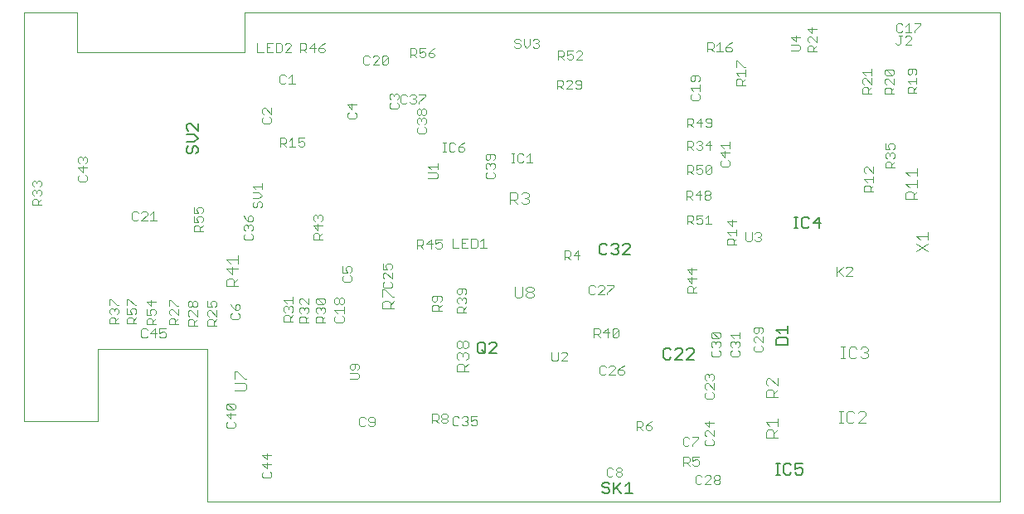
<source format=gto>
G75*
%MOIN*%
%OFA0B0*%
%FSLAX24Y24*%
%IPPOS*%
%LPD*%
%AMOC8*
5,1,8,0,0,1.08239X$1,22.5*
%
%ADD10C,0.0000*%
%ADD11C,0.0040*%
%ADD12C,0.0030*%
%ADD13C,0.0050*%
D10*
X013330Y005412D02*
X013330Y021869D01*
X015456Y021869D01*
X015456Y020254D01*
X022189Y020254D01*
X022189Y021869D01*
X052543Y021869D01*
X052543Y002183D01*
X020693Y002183D01*
X020693Y008325D01*
X016283Y008325D01*
X016283Y005412D01*
X013330Y005412D01*
D11*
X021798Y006650D02*
X022182Y006650D01*
X022258Y006727D01*
X022258Y006881D01*
X022182Y006957D01*
X021798Y006957D01*
X021798Y007111D02*
X021798Y007418D01*
X021875Y007418D01*
X022182Y007111D01*
X022258Y007111D01*
X027730Y009950D02*
X027730Y010180D01*
X027807Y010256D01*
X027960Y010256D01*
X028037Y010180D01*
X028037Y009950D01*
X028037Y010103D02*
X028190Y010256D01*
X028190Y010410D02*
X028114Y010410D01*
X027807Y010717D01*
X027730Y010717D01*
X027730Y010410D01*
X027730Y009950D02*
X028190Y009950D01*
X030710Y008577D02*
X030710Y008423D01*
X030787Y008347D01*
X030864Y008347D01*
X030940Y008423D01*
X030940Y008577D01*
X031017Y008654D01*
X031094Y008654D01*
X031171Y008577D01*
X031171Y008423D01*
X031094Y008347D01*
X031017Y008347D01*
X030940Y008423D01*
X030940Y008577D02*
X030864Y008654D01*
X030787Y008654D01*
X030710Y008577D01*
X030787Y008193D02*
X030864Y008193D01*
X030940Y008116D01*
X031017Y008193D01*
X031094Y008193D01*
X031171Y008116D01*
X031171Y007963D01*
X031094Y007886D01*
X031171Y007733D02*
X031017Y007579D01*
X031017Y007656D02*
X031017Y007426D01*
X031171Y007426D02*
X030710Y007426D01*
X030710Y007656D01*
X030787Y007733D01*
X030940Y007733D01*
X031017Y007656D01*
X030787Y007886D02*
X030710Y007963D01*
X030710Y008116D01*
X030787Y008193D01*
X030940Y008116D02*
X030940Y008040D01*
X034532Y007905D02*
X034592Y007845D01*
X034712Y007845D01*
X034772Y007905D01*
X034772Y008205D01*
X034900Y008145D02*
X034960Y008205D01*
X035080Y008205D01*
X035140Y008145D01*
X035140Y008085D01*
X034900Y007845D01*
X035140Y007845D01*
X034532Y007905D02*
X034532Y008205D01*
X033724Y010379D02*
X033571Y010379D01*
X033494Y010456D01*
X033494Y010533D01*
X033571Y010610D01*
X033724Y010610D01*
X033801Y010533D01*
X033801Y010456D01*
X033724Y010379D01*
X033724Y010610D02*
X033801Y010686D01*
X033801Y010763D01*
X033724Y010840D01*
X033571Y010840D01*
X033494Y010763D01*
X033494Y010686D01*
X033571Y010610D01*
X033340Y010456D02*
X033340Y010840D01*
X033033Y010840D02*
X033033Y010456D01*
X033110Y010379D01*
X033264Y010379D01*
X033340Y010456D01*
X033378Y014158D02*
X033301Y014235D01*
X033378Y014158D02*
X033531Y014158D01*
X033608Y014235D01*
X033608Y014312D01*
X033531Y014388D01*
X033454Y014388D01*
X033531Y014388D02*
X033608Y014465D01*
X033608Y014542D01*
X033531Y014619D01*
X033378Y014619D01*
X033301Y014542D01*
X033147Y014542D02*
X033147Y014388D01*
X033071Y014312D01*
X032841Y014312D01*
X032994Y014312D02*
X033147Y014158D01*
X032841Y014158D02*
X032841Y014619D01*
X033071Y014619D01*
X033147Y014542D01*
X033216Y015828D02*
X033336Y015828D01*
X033396Y015888D01*
X033525Y015828D02*
X033765Y015828D01*
X033645Y015828D02*
X033645Y016188D01*
X033525Y016068D01*
X033396Y016128D02*
X033336Y016188D01*
X033216Y016188D01*
X033156Y016128D01*
X033156Y015888D01*
X033216Y015828D01*
X033031Y015828D02*
X032911Y015828D01*
X032971Y015828D02*
X032971Y016188D01*
X032911Y016188D02*
X033031Y016188D01*
X031009Y016321D02*
X031009Y016381D01*
X030949Y016441D01*
X030769Y016441D01*
X030769Y016321D01*
X030829Y016261D01*
X030949Y016261D01*
X031009Y016321D01*
X030889Y016561D02*
X030769Y016441D01*
X030889Y016561D02*
X031009Y016621D01*
X030641Y016561D02*
X030581Y016621D01*
X030460Y016621D01*
X030400Y016561D01*
X030400Y016321D01*
X030460Y016261D01*
X030581Y016261D01*
X030641Y016321D01*
X030275Y016261D02*
X030155Y016261D01*
X030215Y016261D02*
X030215Y016621D01*
X030155Y016621D02*
X030275Y016621D01*
X034738Y018777D02*
X034738Y019137D01*
X034918Y019137D01*
X034978Y019077D01*
X034978Y018957D01*
X034918Y018897D01*
X034738Y018897D01*
X034858Y018897D02*
X034978Y018777D01*
X035107Y018777D02*
X035347Y019017D01*
X035347Y019077D01*
X035287Y019137D01*
X035167Y019137D01*
X035107Y019077D01*
X035107Y018777D02*
X035347Y018777D01*
X035475Y018837D02*
X035535Y018777D01*
X035655Y018777D01*
X035715Y018837D01*
X035715Y019077D01*
X035655Y019137D01*
X035535Y019137D01*
X035475Y019077D01*
X035475Y019017D01*
X035535Y018957D01*
X035715Y018957D01*
X035754Y019958D02*
X035514Y019958D01*
X035754Y020198D01*
X035754Y020258D01*
X035694Y020318D01*
X035574Y020318D01*
X035514Y020258D01*
X035386Y020318D02*
X035146Y020318D01*
X035146Y020138D01*
X035266Y020198D01*
X035326Y020198D01*
X035386Y020138D01*
X035386Y020018D01*
X035326Y019958D01*
X035206Y019958D01*
X035146Y020018D01*
X035018Y019958D02*
X034898Y020078D01*
X034958Y020078D02*
X034778Y020078D01*
X034778Y019958D02*
X034778Y020318D01*
X034958Y020318D01*
X035018Y020258D01*
X035018Y020138D01*
X034958Y020078D01*
X034008Y020500D02*
X033948Y020440D01*
X033828Y020440D01*
X033768Y020500D01*
X033640Y020560D02*
X033640Y020800D01*
X033768Y020740D02*
X033828Y020800D01*
X033948Y020800D01*
X034008Y020740D01*
X034008Y020680D01*
X033948Y020620D01*
X034008Y020560D01*
X034008Y020500D01*
X033948Y020620D02*
X033888Y020620D01*
X033640Y020560D02*
X033520Y020440D01*
X033400Y020560D01*
X033400Y020800D01*
X033272Y020740D02*
X033212Y020800D01*
X033092Y020800D01*
X033031Y020740D01*
X033031Y020680D01*
X033092Y020620D01*
X033212Y020620D01*
X033272Y020560D01*
X033272Y020500D01*
X033212Y020440D01*
X033092Y020440D01*
X033031Y020500D01*
X039974Y017602D02*
X039974Y017242D01*
X039974Y017362D02*
X040155Y017362D01*
X040215Y017422D01*
X040215Y017542D01*
X040155Y017602D01*
X039974Y017602D01*
X040095Y017362D02*
X040215Y017242D01*
X040343Y017422D02*
X040583Y017422D01*
X040711Y017482D02*
X040771Y017422D01*
X040951Y017422D01*
X040951Y017542D02*
X040891Y017602D01*
X040771Y017602D01*
X040711Y017542D01*
X040711Y017482D01*
X040711Y017302D02*
X040771Y017242D01*
X040891Y017242D01*
X040951Y017302D01*
X040951Y017542D01*
X040523Y017602D02*
X040343Y017422D01*
X040523Y017242D02*
X040523Y017602D01*
X040523Y016696D02*
X040403Y016696D01*
X040343Y016636D01*
X040215Y016636D02*
X040215Y016516D01*
X040155Y016456D01*
X039974Y016456D01*
X039974Y016336D02*
X039974Y016696D01*
X040155Y016696D01*
X040215Y016636D01*
X040095Y016456D02*
X040215Y016336D01*
X040343Y016396D02*
X040403Y016336D01*
X040523Y016336D01*
X040583Y016396D01*
X040583Y016456D01*
X040523Y016516D01*
X040463Y016516D01*
X040523Y016516D02*
X040583Y016576D01*
X040583Y016636D01*
X040523Y016696D01*
X040711Y016516D02*
X040951Y016516D01*
X040891Y016336D02*
X040891Y016696D01*
X040711Y016516D01*
X040771Y015712D02*
X040891Y015712D01*
X040951Y015652D01*
X040711Y015412D01*
X040771Y015352D01*
X040891Y015352D01*
X040951Y015412D01*
X040951Y015652D01*
X040771Y015712D02*
X040711Y015652D01*
X040711Y015412D01*
X040583Y015412D02*
X040523Y015352D01*
X040403Y015352D01*
X040343Y015412D01*
X040343Y015532D02*
X040463Y015592D01*
X040523Y015592D01*
X040583Y015532D01*
X040583Y015412D01*
X040343Y015532D02*
X040343Y015712D01*
X040583Y015712D01*
X040215Y015652D02*
X040215Y015532D01*
X040155Y015472D01*
X039974Y015472D01*
X039974Y015352D02*
X039974Y015712D01*
X040155Y015712D01*
X040215Y015652D01*
X040095Y015472D02*
X040215Y015352D01*
X040115Y014689D02*
X039935Y014689D01*
X039935Y014328D01*
X039935Y014448D02*
X040115Y014448D01*
X040175Y014508D01*
X040175Y014629D01*
X040115Y014689D01*
X040055Y014448D02*
X040175Y014328D01*
X040303Y014508D02*
X040544Y014508D01*
X040672Y014448D02*
X040732Y014508D01*
X040852Y014508D01*
X040912Y014448D01*
X040912Y014388D01*
X040852Y014328D01*
X040732Y014328D01*
X040672Y014388D01*
X040672Y014448D01*
X040732Y014508D02*
X040672Y014568D01*
X040672Y014629D01*
X040732Y014689D01*
X040852Y014689D01*
X040912Y014629D01*
X040912Y014568D01*
X040852Y014508D01*
X040484Y014328D02*
X040484Y014689D01*
X040303Y014508D01*
X040343Y013704D02*
X040343Y013524D01*
X040463Y013584D01*
X040523Y013584D01*
X040583Y013524D01*
X040583Y013404D01*
X040523Y013344D01*
X040403Y013344D01*
X040343Y013404D01*
X040215Y013344D02*
X040095Y013464D01*
X040155Y013464D02*
X039974Y013464D01*
X039974Y013344D02*
X039974Y013704D01*
X040155Y013704D01*
X040215Y013644D01*
X040215Y013524D01*
X040155Y013464D01*
X040343Y013704D02*
X040583Y013704D01*
X040711Y013584D02*
X040831Y013704D01*
X040831Y013344D01*
X040711Y013344D02*
X040951Y013344D01*
X047097Y014664D02*
X047097Y014844D01*
X047158Y014904D01*
X047278Y014904D01*
X047338Y014844D01*
X047338Y014664D01*
X047458Y014664D02*
X047097Y014664D01*
X047338Y014784D02*
X047458Y014904D01*
X047458Y015032D02*
X047458Y015273D01*
X047458Y015153D02*
X047097Y015153D01*
X047218Y015032D01*
X047158Y015401D02*
X047097Y015461D01*
X047097Y015581D01*
X047158Y015641D01*
X047218Y015641D01*
X047458Y015401D01*
X047458Y015641D01*
X047944Y015609D02*
X047944Y015789D01*
X048004Y015849D01*
X048124Y015849D01*
X048184Y015789D01*
X048184Y015609D01*
X048184Y015729D02*
X048304Y015849D01*
X048244Y015977D02*
X048304Y016037D01*
X048304Y016157D01*
X048244Y016218D01*
X048184Y016218D01*
X048124Y016157D01*
X048124Y016097D01*
X048124Y016157D02*
X048064Y016218D01*
X048004Y016218D01*
X047944Y016157D01*
X047944Y016037D01*
X048004Y015977D01*
X047944Y016346D02*
X048124Y016346D01*
X048064Y016466D01*
X048064Y016526D01*
X048124Y016586D01*
X048244Y016586D01*
X048304Y016526D01*
X048304Y016406D01*
X048244Y016346D01*
X047944Y016346D02*
X047944Y016586D01*
X047944Y015609D02*
X048304Y015609D01*
X048761Y015429D02*
X048915Y015276D01*
X048761Y015429D02*
X049222Y015429D01*
X049222Y015276D02*
X049222Y015583D01*
X049222Y015122D02*
X049222Y014815D01*
X049222Y014662D02*
X049068Y014509D01*
X049068Y014585D02*
X049068Y014355D01*
X049222Y014355D02*
X048761Y014355D01*
X048761Y014585D01*
X048838Y014662D01*
X048992Y014662D01*
X049068Y014585D01*
X048915Y014815D02*
X048761Y014969D01*
X049222Y014969D01*
X049655Y013023D02*
X049655Y012716D01*
X049655Y012869D02*
X049194Y012869D01*
X049348Y012716D01*
X049194Y012562D02*
X049655Y012256D01*
X049655Y012562D02*
X049194Y012256D01*
X047163Y008416D02*
X047240Y008339D01*
X047240Y008262D01*
X047163Y008186D01*
X047240Y008109D01*
X047240Y008032D01*
X047163Y007955D01*
X047009Y007955D01*
X046933Y008032D01*
X046779Y008032D02*
X046702Y007955D01*
X046549Y007955D01*
X046472Y008032D01*
X046472Y008339D01*
X046549Y008416D01*
X046702Y008416D01*
X046779Y008339D01*
X046933Y008339D02*
X047009Y008416D01*
X047163Y008416D01*
X047163Y008186D02*
X047086Y008186D01*
X046319Y008416D02*
X046165Y008416D01*
X046242Y008416D02*
X046242Y007955D01*
X046165Y007955D02*
X046319Y007955D01*
X043600Y007150D02*
X043600Y006843D01*
X043293Y007150D01*
X043216Y007150D01*
X043139Y007073D01*
X043139Y006920D01*
X043216Y006843D01*
X043216Y006690D02*
X043370Y006690D01*
X043446Y006613D01*
X043446Y006383D01*
X043446Y006536D02*
X043600Y006690D01*
X043600Y006383D02*
X043139Y006383D01*
X043139Y006613D01*
X043216Y006690D01*
X043600Y005540D02*
X043600Y005233D01*
X043600Y005386D02*
X043139Y005386D01*
X043293Y005233D01*
X043370Y005079D02*
X043446Y005003D01*
X043446Y004772D01*
X043600Y004772D02*
X043139Y004772D01*
X043139Y005003D01*
X043216Y005079D01*
X043370Y005079D01*
X043446Y004926D02*
X043600Y005079D01*
X046083Y005357D02*
X046236Y005357D01*
X046159Y005357D02*
X046159Y005817D01*
X046083Y005817D02*
X046236Y005817D01*
X046390Y005741D02*
X046390Y005434D01*
X046466Y005357D01*
X046620Y005357D01*
X046697Y005434D01*
X046850Y005357D02*
X047157Y005664D01*
X047157Y005741D01*
X047080Y005817D01*
X046927Y005817D01*
X046850Y005741D01*
X046697Y005741D02*
X046620Y005817D01*
X046466Y005817D01*
X046390Y005741D01*
X046850Y005357D02*
X047157Y005357D01*
X047266Y018602D02*
X047266Y018783D01*
X047206Y018843D01*
X047086Y018843D01*
X047026Y018783D01*
X047026Y018602D01*
X047386Y018602D01*
X047266Y018723D02*
X047386Y018843D01*
X047386Y018971D02*
X047146Y019211D01*
X047086Y019211D01*
X047026Y019151D01*
X047026Y019031D01*
X047086Y018971D01*
X047386Y018971D02*
X047386Y019211D01*
X047386Y019339D02*
X047386Y019579D01*
X047386Y019459D02*
X047026Y019459D01*
X047146Y019339D01*
X047931Y019391D02*
X047931Y019511D01*
X047991Y019571D01*
X048231Y019331D01*
X048291Y019391D01*
X048291Y019511D01*
X048231Y019571D01*
X047991Y019571D01*
X047931Y019391D02*
X047991Y019331D01*
X048231Y019331D01*
X048291Y019203D02*
X048291Y018963D01*
X048051Y019203D01*
X047991Y019203D01*
X047931Y019143D01*
X047931Y019023D01*
X047991Y018963D01*
X047991Y018835D02*
X048111Y018835D01*
X048171Y018775D01*
X048171Y018595D01*
X048171Y018715D02*
X048291Y018835D01*
X048291Y018595D02*
X047931Y018595D01*
X047931Y018775D01*
X047991Y018835D01*
X048837Y018794D02*
X048897Y018854D01*
X049017Y018854D01*
X049077Y018794D01*
X049077Y018614D01*
X049197Y018614D02*
X048837Y018614D01*
X048837Y018794D01*
X048957Y018983D02*
X048837Y019103D01*
X049197Y019103D01*
X049197Y018983D02*
X049197Y019223D01*
X049137Y019351D02*
X049197Y019411D01*
X049197Y019531D01*
X049137Y019591D01*
X048897Y019591D01*
X048837Y019531D01*
X048837Y019411D01*
X048897Y019351D01*
X048957Y019351D01*
X049017Y019411D01*
X049017Y019591D01*
X049197Y018854D02*
X049077Y018734D01*
X048973Y020554D02*
X048733Y020554D01*
X048973Y020794D01*
X048973Y020854D01*
X048913Y020914D01*
X048793Y020914D01*
X048733Y020854D01*
X048604Y020914D02*
X048484Y020914D01*
X048544Y020914D02*
X048544Y020614D01*
X048484Y020554D01*
X048424Y020554D01*
X048364Y020614D01*
X022869Y014987D02*
X022869Y014747D01*
X022869Y014867D02*
X022509Y014867D01*
X022629Y014747D01*
X022749Y014619D02*
X022509Y014619D01*
X022749Y014619D02*
X022869Y014499D01*
X022749Y014379D01*
X022509Y014379D01*
X022569Y014251D02*
X022509Y014191D01*
X022509Y014071D01*
X022569Y014011D01*
X022629Y014011D01*
X022689Y014071D01*
X022689Y014191D01*
X022749Y014251D01*
X022809Y014251D01*
X022869Y014191D01*
X022869Y014071D01*
X022809Y014011D01*
X021919Y012079D02*
X021919Y011772D01*
X021919Y011925D02*
X021458Y011925D01*
X021612Y011772D01*
X021688Y011618D02*
X021688Y011311D01*
X021458Y011542D01*
X021919Y011542D01*
X021919Y011158D02*
X021765Y011005D01*
X021765Y011081D02*
X021765Y010851D01*
X021919Y010851D02*
X021458Y010851D01*
X021458Y011081D01*
X021535Y011158D01*
X021688Y011158D01*
X021765Y011081D01*
X018637Y013492D02*
X018397Y013492D01*
X018517Y013492D02*
X018517Y013852D01*
X018397Y013732D01*
X018269Y013732D02*
X018269Y013792D01*
X018209Y013852D01*
X018089Y013852D01*
X018029Y013792D01*
X017901Y013792D02*
X017841Y013852D01*
X017721Y013852D01*
X017661Y013792D01*
X017661Y013552D01*
X017721Y013492D01*
X017841Y013492D01*
X017901Y013552D01*
X018029Y013492D02*
X018269Y013732D01*
X018269Y013492D02*
X018029Y013492D01*
D12*
X020136Y013419D02*
X020321Y013419D01*
X020259Y013543D01*
X020259Y013604D01*
X020321Y013666D01*
X020445Y013666D01*
X020506Y013604D01*
X020506Y013481D01*
X020445Y013419D01*
X020506Y013298D02*
X020383Y013174D01*
X020383Y013236D02*
X020383Y013051D01*
X020506Y013051D02*
X020136Y013051D01*
X020136Y013236D01*
X020198Y013298D01*
X020321Y013298D01*
X020383Y013236D01*
X020136Y013419D02*
X020136Y013666D01*
X020136Y013787D02*
X020321Y013787D01*
X020259Y013911D01*
X020259Y013973D01*
X020321Y014034D01*
X020445Y014034D01*
X020506Y013973D01*
X020506Y013849D01*
X020445Y013787D01*
X020136Y013787D02*
X020136Y014034D01*
X022144Y013691D02*
X022206Y013568D01*
X022329Y013444D01*
X022329Y013629D01*
X022391Y013691D01*
X022453Y013691D01*
X022515Y013629D01*
X022515Y013506D01*
X022453Y013444D01*
X022329Y013444D01*
X022268Y013323D02*
X022329Y013261D01*
X022391Y013323D01*
X022453Y013323D01*
X022515Y013261D01*
X022515Y013138D01*
X022453Y013076D01*
X022453Y012955D02*
X022515Y012893D01*
X022515Y012769D01*
X022453Y012708D01*
X022206Y012708D01*
X022144Y012769D01*
X022144Y012893D01*
X022206Y012955D01*
X022206Y013076D02*
X022144Y013138D01*
X022144Y013261D01*
X022206Y013323D01*
X022268Y013323D01*
X022329Y013261D02*
X022329Y013199D01*
X024939Y013289D02*
X025124Y013104D01*
X025124Y013351D01*
X025001Y013472D02*
X024939Y013534D01*
X024939Y013658D01*
X025001Y013719D01*
X025063Y013719D01*
X025124Y013658D01*
X025186Y013719D01*
X025248Y013719D01*
X025309Y013658D01*
X025309Y013534D01*
X025248Y013472D01*
X025124Y013596D02*
X025124Y013658D01*
X025309Y013289D02*
X024939Y013289D01*
X025001Y012983D02*
X025124Y012983D01*
X025186Y012921D01*
X025186Y012736D01*
X025186Y012859D02*
X025309Y012983D01*
X025309Y012736D02*
X024939Y012736D01*
X024939Y012921D01*
X025001Y012983D01*
X026121Y011644D02*
X026121Y011397D01*
X026306Y011397D01*
X026244Y011521D01*
X026244Y011582D01*
X026306Y011644D01*
X026429Y011644D01*
X026491Y011582D01*
X026491Y011459D01*
X026429Y011397D01*
X026429Y011276D02*
X026491Y011214D01*
X026491Y011090D01*
X026429Y011029D01*
X026182Y011029D01*
X026121Y011090D01*
X026121Y011214D01*
X026182Y011276D01*
X026108Y010387D02*
X026046Y010387D01*
X025985Y010325D01*
X025985Y010202D01*
X025923Y010140D01*
X025861Y010140D01*
X025799Y010202D01*
X025799Y010325D01*
X025861Y010387D01*
X025923Y010387D01*
X025985Y010325D01*
X025985Y010202D02*
X026046Y010140D01*
X026108Y010140D01*
X026170Y010202D01*
X026170Y010325D01*
X026108Y010387D01*
X026170Y010018D02*
X026170Y009772D01*
X026170Y009895D02*
X025799Y009895D01*
X025923Y009772D01*
X025861Y009650D02*
X025799Y009588D01*
X025799Y009465D01*
X025861Y009403D01*
X026108Y009403D01*
X026170Y009465D01*
X026170Y009588D01*
X026108Y009650D01*
X025428Y009636D02*
X025304Y009513D01*
X025304Y009575D02*
X025304Y009389D01*
X025428Y009389D02*
X025057Y009389D01*
X025057Y009575D01*
X025119Y009636D01*
X025242Y009636D01*
X025304Y009575D01*
X025366Y009758D02*
X025428Y009819D01*
X025428Y009943D01*
X025366Y010005D01*
X025304Y010005D01*
X025242Y009943D01*
X025242Y009881D01*
X025242Y009943D02*
X025181Y010005D01*
X025119Y010005D01*
X025057Y009943D01*
X025057Y009819D01*
X025119Y009758D01*
X024758Y009819D02*
X024697Y009758D01*
X024758Y009819D02*
X024758Y009943D01*
X024697Y010005D01*
X024635Y010005D01*
X024573Y009943D01*
X024573Y009881D01*
X024573Y009943D02*
X024511Y010005D01*
X024450Y010005D01*
X024388Y009943D01*
X024388Y009819D01*
X024450Y009758D01*
X024450Y009636D02*
X024573Y009636D01*
X024635Y009575D01*
X024635Y009389D01*
X024758Y009389D02*
X024388Y009389D01*
X024388Y009575D01*
X024450Y009636D01*
X024635Y009513D02*
X024758Y009636D01*
X024128Y009676D02*
X024005Y009552D01*
X024005Y009614D02*
X024005Y009429D01*
X024128Y009429D02*
X023758Y009429D01*
X023758Y009614D01*
X023820Y009676D01*
X023943Y009676D01*
X024005Y009614D01*
X024067Y009797D02*
X024128Y009859D01*
X024128Y009982D01*
X024067Y010044D01*
X024005Y010044D01*
X023943Y009982D01*
X023943Y009921D01*
X023943Y009982D02*
X023882Y010044D01*
X023820Y010044D01*
X023758Y009982D01*
X023758Y009859D01*
X023820Y009797D01*
X023882Y010165D02*
X023758Y010289D01*
X024128Y010289D01*
X024128Y010412D02*
X024128Y010165D01*
X024388Y010188D02*
X024450Y010126D01*
X024388Y010188D02*
X024388Y010311D01*
X024450Y010373D01*
X024511Y010373D01*
X024758Y010126D01*
X024758Y010373D01*
X025057Y010311D02*
X025119Y010373D01*
X025366Y010126D01*
X025428Y010188D01*
X025428Y010311D01*
X025366Y010373D01*
X025119Y010373D01*
X025057Y010311D02*
X025057Y010188D01*
X025119Y010126D01*
X025366Y010126D01*
X027735Y010840D02*
X027797Y010779D01*
X028043Y010779D01*
X028105Y010840D01*
X028105Y010964D01*
X028043Y011025D01*
X028105Y011147D02*
X027858Y011394D01*
X027797Y011394D01*
X027735Y011332D01*
X027735Y011209D01*
X027797Y011147D01*
X027797Y011025D02*
X027735Y010964D01*
X027735Y010840D01*
X028105Y011147D02*
X028105Y011394D01*
X028043Y011515D02*
X028105Y011577D01*
X028105Y011700D01*
X028043Y011762D01*
X027920Y011762D01*
X027858Y011700D01*
X027858Y011639D01*
X027920Y011515D01*
X027735Y011515D01*
X027735Y011762D01*
X029119Y012370D02*
X029119Y012740D01*
X029304Y012740D01*
X029366Y012678D01*
X029366Y012555D01*
X029304Y012493D01*
X029119Y012493D01*
X029242Y012493D02*
X029366Y012370D01*
X029487Y012555D02*
X029734Y012555D01*
X029856Y012555D02*
X029856Y012740D01*
X030103Y012740D01*
X030041Y012617D02*
X030103Y012555D01*
X030103Y012431D01*
X030041Y012370D01*
X029917Y012370D01*
X029856Y012431D01*
X029856Y012555D02*
X029979Y012617D01*
X030041Y012617D01*
X029672Y012740D02*
X029672Y012370D01*
X029487Y012555D02*
X029672Y012740D01*
X030550Y012766D02*
X030550Y012395D01*
X030797Y012395D01*
X030918Y012395D02*
X030918Y012766D01*
X031165Y012766D01*
X031287Y012766D02*
X031472Y012766D01*
X031534Y012704D01*
X031534Y012457D01*
X031472Y012395D01*
X031287Y012395D01*
X031287Y012766D01*
X031042Y012580D02*
X030918Y012580D01*
X030918Y012395D02*
X031165Y012395D01*
X031655Y012395D02*
X031902Y012395D01*
X031779Y012395D02*
X031779Y012766D01*
X031655Y012642D01*
X031035Y010767D02*
X030788Y010767D01*
X030727Y010705D01*
X030727Y010581D01*
X030788Y010520D01*
X030850Y010520D01*
X030912Y010581D01*
X030912Y010767D01*
X031035Y010767D02*
X031097Y010705D01*
X031097Y010581D01*
X031035Y010520D01*
X031035Y010398D02*
X031097Y010337D01*
X031097Y010213D01*
X031035Y010151D01*
X031097Y010030D02*
X030973Y009907D01*
X030973Y009968D02*
X030973Y009783D01*
X031097Y009783D02*
X030727Y009783D01*
X030727Y009968D01*
X030788Y010030D01*
X030912Y010030D01*
X030973Y009968D01*
X030788Y010151D02*
X030727Y010213D01*
X030727Y010337D01*
X030788Y010398D01*
X030850Y010398D01*
X030912Y010337D01*
X030973Y010398D01*
X031035Y010398D01*
X030912Y010337D02*
X030912Y010275D01*
X030101Y010288D02*
X030101Y010411D01*
X030039Y010473D01*
X029792Y010473D01*
X029731Y010411D01*
X029731Y010288D01*
X029792Y010226D01*
X029854Y010226D01*
X029916Y010288D01*
X029916Y010473D01*
X030101Y010288D02*
X030039Y010226D01*
X030101Y010105D02*
X029977Y009981D01*
X029977Y010043D02*
X029977Y009858D01*
X030101Y009858D02*
X029731Y009858D01*
X029731Y010043D01*
X029792Y010105D01*
X029916Y010105D01*
X029977Y010043D01*
X026791Y007671D02*
X026729Y007733D01*
X026482Y007733D01*
X026421Y007671D01*
X026421Y007548D01*
X026482Y007486D01*
X026544Y007486D01*
X026606Y007548D01*
X026606Y007733D01*
X026791Y007671D02*
X026791Y007548D01*
X026729Y007486D01*
X026729Y007365D02*
X026421Y007365D01*
X026421Y007118D02*
X026729Y007118D01*
X026791Y007179D01*
X026791Y007303D01*
X026729Y007365D01*
X029721Y005720D02*
X029907Y005720D01*
X029968Y005659D01*
X029968Y005535D01*
X029907Y005473D01*
X029721Y005473D01*
X029721Y005350D02*
X029721Y005720D01*
X029845Y005473D02*
X029968Y005350D01*
X030090Y005412D02*
X030090Y005473D01*
X030151Y005535D01*
X030275Y005535D01*
X030337Y005473D01*
X030337Y005412D01*
X030275Y005350D01*
X030151Y005350D01*
X030090Y005412D01*
X030151Y005535D02*
X030090Y005597D01*
X030090Y005659D01*
X030151Y005720D01*
X030275Y005720D01*
X030337Y005659D01*
X030337Y005597D01*
X030275Y005535D01*
X030548Y005552D02*
X030548Y005305D01*
X030609Y005243D01*
X030733Y005243D01*
X030794Y005305D01*
X030916Y005305D02*
X030978Y005243D01*
X031101Y005243D01*
X031163Y005305D01*
X031163Y005367D01*
X031101Y005429D01*
X031039Y005429D01*
X031101Y005429D02*
X031163Y005490D01*
X031163Y005552D01*
X031101Y005614D01*
X030978Y005614D01*
X030916Y005552D01*
X030794Y005552D02*
X030733Y005614D01*
X030609Y005614D01*
X030548Y005552D01*
X031284Y005614D02*
X031284Y005429D01*
X031408Y005490D01*
X031469Y005490D01*
X031531Y005429D01*
X031531Y005305D01*
X031469Y005243D01*
X031346Y005243D01*
X031284Y005305D01*
X031284Y005614D02*
X031531Y005614D01*
X027409Y005523D02*
X027409Y005276D01*
X027348Y005214D01*
X027224Y005214D01*
X027163Y005276D01*
X027041Y005276D02*
X026979Y005214D01*
X026856Y005214D01*
X026794Y005276D01*
X026794Y005523D01*
X026856Y005585D01*
X026979Y005585D01*
X027041Y005523D01*
X027163Y005523D02*
X027163Y005461D01*
X027224Y005399D01*
X027409Y005399D01*
X027409Y005523D02*
X027348Y005585D01*
X027224Y005585D01*
X027163Y005523D01*
X023263Y004063D02*
X022892Y004063D01*
X023077Y003877D01*
X023077Y004124D01*
X023077Y003756D02*
X023077Y003509D01*
X022892Y003694D01*
X023263Y003694D01*
X023201Y003388D02*
X023263Y003326D01*
X023263Y003202D01*
X023201Y003141D01*
X022954Y003141D01*
X022892Y003202D01*
X022892Y003326D01*
X022954Y003388D01*
X021744Y005149D02*
X021806Y005210D01*
X021806Y005334D01*
X021744Y005396D01*
X021621Y005517D02*
X021621Y005764D01*
X021744Y005885D02*
X021497Y006132D01*
X021744Y006132D01*
X021806Y006070D01*
X021806Y005947D01*
X021744Y005885D01*
X021497Y005885D01*
X021436Y005947D01*
X021436Y006070D01*
X021497Y006132D01*
X021436Y005702D02*
X021621Y005517D01*
X021497Y005396D02*
X021436Y005334D01*
X021436Y005210D01*
X021497Y005149D01*
X021744Y005149D01*
X021806Y005702D02*
X021436Y005702D01*
X018950Y008777D02*
X018826Y008777D01*
X018764Y008839D01*
X018764Y008962D02*
X018888Y009024D01*
X018950Y009024D01*
X019011Y008962D01*
X019011Y008839D01*
X018950Y008777D01*
X018764Y008962D02*
X018764Y009147D01*
X019011Y009147D01*
X019152Y009311D02*
X019152Y009496D01*
X019213Y009558D01*
X019337Y009558D01*
X019399Y009496D01*
X019399Y009311D01*
X019522Y009311D02*
X019152Y009311D01*
X019399Y009434D02*
X019522Y009558D01*
X019522Y009679D02*
X019275Y009926D01*
X019213Y009926D01*
X019152Y009864D01*
X019152Y009741D01*
X019213Y009679D01*
X019522Y009679D02*
X019522Y009926D01*
X019522Y010047D02*
X019460Y010047D01*
X019213Y010294D01*
X019152Y010294D01*
X019152Y010047D01*
X018617Y009864D02*
X018617Y009741D01*
X018555Y009679D01*
X018431Y009679D02*
X018370Y009802D01*
X018370Y009864D01*
X018431Y009926D01*
X018555Y009926D01*
X018617Y009864D01*
X018431Y010047D02*
X018431Y010294D01*
X018246Y010232D02*
X018431Y010047D01*
X018246Y009926D02*
X018246Y009679D01*
X018431Y009679D01*
X018431Y009558D02*
X018493Y009496D01*
X018493Y009311D01*
X018493Y009434D02*
X018617Y009558D01*
X018431Y009558D02*
X018308Y009558D01*
X018246Y009496D01*
X018246Y009311D01*
X018617Y009311D01*
X018581Y009147D02*
X018396Y008962D01*
X018643Y008962D01*
X018581Y008777D02*
X018581Y009147D01*
X018275Y009085D02*
X018213Y009147D01*
X018090Y009147D01*
X018028Y009085D01*
X018028Y008839D01*
X018090Y008777D01*
X018213Y008777D01*
X018275Y008839D01*
X017829Y009350D02*
X017459Y009350D01*
X017459Y009535D01*
X017521Y009597D01*
X017644Y009597D01*
X017706Y009535D01*
X017706Y009350D01*
X017706Y009473D02*
X017829Y009597D01*
X017767Y009718D02*
X017829Y009780D01*
X017829Y009904D01*
X017767Y009965D01*
X017644Y009965D01*
X017582Y009904D01*
X017582Y009842D01*
X017644Y009718D01*
X017459Y009718D01*
X017459Y009965D01*
X017459Y010087D02*
X017459Y010334D01*
X017521Y010334D01*
X017767Y010087D01*
X017829Y010087D01*
X018246Y010232D02*
X018617Y010232D01*
X017121Y010087D02*
X017059Y010087D01*
X016812Y010334D01*
X016750Y010334D01*
X016750Y010087D01*
X016812Y009965D02*
X016874Y009965D01*
X016935Y009904D01*
X016997Y009965D01*
X017059Y009965D01*
X017121Y009904D01*
X017121Y009780D01*
X017059Y009718D01*
X017121Y009597D02*
X016997Y009473D01*
X016997Y009535D02*
X016997Y009350D01*
X017121Y009350D02*
X016750Y009350D01*
X016750Y009535D01*
X016812Y009597D01*
X016935Y009597D01*
X016997Y009535D01*
X016812Y009718D02*
X016750Y009780D01*
X016750Y009904D01*
X016812Y009965D01*
X016935Y009904D02*
X016935Y009842D01*
X019900Y009825D02*
X019900Y009701D01*
X019962Y009640D01*
X019962Y009518D02*
X020085Y009518D01*
X020147Y009456D01*
X020147Y009271D01*
X020270Y009271D02*
X019900Y009271D01*
X019900Y009456D01*
X019962Y009518D01*
X020147Y009395D02*
X020270Y009518D01*
X020270Y009640D02*
X020023Y009886D01*
X019962Y009886D01*
X019900Y009825D01*
X019962Y010008D02*
X020023Y010008D01*
X020085Y010070D01*
X020085Y010193D01*
X020147Y010255D01*
X020208Y010255D01*
X020270Y010193D01*
X020270Y010070D01*
X020208Y010008D01*
X020147Y010008D01*
X020085Y010070D01*
X020085Y010193D02*
X020023Y010255D01*
X019962Y010255D01*
X019900Y010193D01*
X019900Y010070D01*
X019962Y010008D01*
X020270Y009886D02*
X020270Y009640D01*
X020687Y009701D02*
X020749Y009640D01*
X020687Y009701D02*
X020687Y009825D01*
X020749Y009886D01*
X020811Y009886D01*
X021058Y009640D01*
X021058Y009886D01*
X020996Y010008D02*
X021058Y010070D01*
X021058Y010193D01*
X020996Y010255D01*
X020872Y010255D01*
X020811Y010193D01*
X020811Y010131D01*
X020872Y010008D01*
X020687Y010008D01*
X020687Y010255D01*
X020749Y009518D02*
X020872Y009518D01*
X020934Y009456D01*
X020934Y009271D01*
X021058Y009271D02*
X020687Y009271D01*
X020687Y009456D01*
X020749Y009518D01*
X020934Y009395D02*
X021058Y009518D01*
X021622Y009587D02*
X021684Y009525D01*
X021931Y009525D01*
X021993Y009587D01*
X021993Y009710D01*
X021931Y009772D01*
X021931Y009894D02*
X021993Y009955D01*
X021993Y010079D01*
X021931Y010140D01*
X021869Y010140D01*
X021807Y010079D01*
X021807Y009894D01*
X021931Y009894D01*
X021807Y009894D02*
X021684Y010017D01*
X021622Y010140D01*
X021684Y009772D02*
X021622Y009710D01*
X021622Y009587D01*
X014010Y014114D02*
X013640Y014114D01*
X013640Y014299D01*
X013702Y014361D01*
X013825Y014361D01*
X013887Y014299D01*
X013887Y014114D01*
X013887Y014237D02*
X014010Y014361D01*
X013949Y014482D02*
X014010Y014544D01*
X014010Y014667D01*
X013949Y014729D01*
X013887Y014729D01*
X013825Y014667D01*
X013825Y014606D01*
X013825Y014667D02*
X013763Y014729D01*
X013702Y014729D01*
X013640Y014667D01*
X013640Y014544D01*
X013702Y014482D01*
X013702Y014850D02*
X013640Y014912D01*
X013640Y015036D01*
X013702Y015097D01*
X013763Y015097D01*
X013825Y015036D01*
X013887Y015097D01*
X013949Y015097D01*
X014010Y015036D01*
X014010Y014912D01*
X013949Y014850D01*
X013825Y014974D02*
X013825Y015036D01*
X015491Y015132D02*
X015552Y015070D01*
X015799Y015070D01*
X015861Y015132D01*
X015861Y015255D01*
X015799Y015317D01*
X015676Y015438D02*
X015676Y015685D01*
X015799Y015807D02*
X015861Y015868D01*
X015861Y015992D01*
X015799Y016053D01*
X015738Y016053D01*
X015676Y015992D01*
X015676Y015930D01*
X015676Y015992D02*
X015614Y016053D01*
X015552Y016053D01*
X015491Y015992D01*
X015491Y015868D01*
X015552Y015807D01*
X015491Y015623D02*
X015676Y015438D01*
X015552Y015317D02*
X015491Y015255D01*
X015491Y015132D01*
X015491Y015623D02*
X015861Y015623D01*
X022886Y017457D02*
X022948Y017395D01*
X023195Y017395D01*
X023256Y017457D01*
X023256Y017580D01*
X023195Y017642D01*
X023256Y017764D02*
X023009Y018011D01*
X022948Y018011D01*
X022886Y017949D01*
X022886Y017825D01*
X022948Y017764D01*
X022948Y017642D02*
X022886Y017580D01*
X022886Y017457D01*
X023256Y017764D02*
X023256Y018011D01*
X023655Y018984D02*
X023778Y018984D01*
X023840Y019045D01*
X023961Y018984D02*
X024208Y018984D01*
X024085Y018984D02*
X024085Y019354D01*
X023961Y019230D01*
X023840Y019292D02*
X023778Y019354D01*
X023655Y019354D01*
X023593Y019292D01*
X023593Y019045D01*
X023655Y018984D01*
X023621Y020263D02*
X023682Y020325D01*
X023682Y020572D01*
X023621Y020633D01*
X023436Y020633D01*
X023436Y020263D01*
X023621Y020263D01*
X023804Y020263D02*
X024051Y020510D01*
X024051Y020572D01*
X023989Y020633D01*
X023866Y020633D01*
X023804Y020572D01*
X023804Y020263D02*
X024051Y020263D01*
X024420Y020249D02*
X024420Y020620D01*
X024605Y020620D01*
X024666Y020558D01*
X024666Y020434D01*
X024605Y020373D01*
X024420Y020373D01*
X024543Y020373D02*
X024666Y020249D01*
X024788Y020434D02*
X025035Y020434D01*
X025156Y020434D02*
X025341Y020434D01*
X025403Y020373D01*
X025403Y020311D01*
X025341Y020249D01*
X025218Y020249D01*
X025156Y020311D01*
X025156Y020434D01*
X025280Y020558D01*
X025403Y020620D01*
X024973Y020620D02*
X024973Y020249D01*
X024788Y020434D02*
X024973Y020620D01*
X023314Y020633D02*
X023067Y020633D01*
X023067Y020263D01*
X023314Y020263D01*
X023191Y020448D02*
X023067Y020448D01*
X022946Y020263D02*
X022699Y020263D01*
X022699Y020633D01*
X026965Y020070D02*
X026965Y019823D01*
X027027Y019761D01*
X027150Y019761D01*
X027212Y019823D01*
X027333Y019761D02*
X027580Y020008D01*
X027580Y020070D01*
X027518Y020131D01*
X027395Y020131D01*
X027333Y020070D01*
X027212Y020070D02*
X027150Y020131D01*
X027027Y020131D01*
X026965Y020070D01*
X027333Y019761D02*
X027580Y019761D01*
X027701Y019823D02*
X027948Y020070D01*
X027948Y019823D01*
X027887Y019761D01*
X027763Y019761D01*
X027701Y019823D01*
X027701Y020070D01*
X027763Y020131D01*
X027887Y020131D01*
X027948Y020070D01*
X028843Y020047D02*
X028843Y020417D01*
X029029Y020417D01*
X029090Y020355D01*
X029090Y020232D01*
X029029Y020170D01*
X028843Y020170D01*
X028967Y020170D02*
X029090Y020047D01*
X029212Y020109D02*
X029273Y020047D01*
X029397Y020047D01*
X029459Y020109D01*
X029459Y020232D01*
X029397Y020294D01*
X029335Y020294D01*
X029212Y020232D01*
X029212Y020417D01*
X029459Y020417D01*
X029580Y020232D02*
X029703Y020355D01*
X029827Y020417D01*
X029765Y020232D02*
X029580Y020232D01*
X029580Y020109D01*
X029642Y020047D01*
X029765Y020047D01*
X029827Y020109D01*
X029827Y020170D01*
X029765Y020232D01*
X028313Y018601D02*
X028374Y018539D01*
X028374Y018416D01*
X028313Y018354D01*
X028313Y018233D02*
X028374Y018171D01*
X028374Y018048D01*
X028313Y017986D01*
X028066Y017986D01*
X028004Y018048D01*
X028004Y018171D01*
X028066Y018233D01*
X028066Y018354D02*
X028004Y018416D01*
X028004Y018539D01*
X028066Y018601D01*
X028128Y018601D01*
X028189Y018539D01*
X028251Y018601D01*
X028313Y018601D01*
X028189Y018539D02*
X028189Y018478D01*
X028461Y018505D02*
X028461Y018258D01*
X028523Y018196D01*
X028646Y018196D01*
X028708Y018258D01*
X028829Y018258D02*
X028891Y018196D01*
X029014Y018196D01*
X029076Y018258D01*
X029076Y018320D01*
X029014Y018381D01*
X028953Y018381D01*
X029014Y018381D02*
X029076Y018443D01*
X029076Y018505D01*
X029014Y018566D01*
X028891Y018566D01*
X028829Y018505D01*
X028708Y018505D02*
X028646Y018566D01*
X028523Y018566D01*
X028461Y018505D01*
X029198Y018566D02*
X029444Y018566D01*
X029444Y018505D01*
X029198Y018258D01*
X029198Y018196D01*
X029168Y017985D02*
X029230Y017985D01*
X029292Y017923D01*
X029292Y017800D01*
X029230Y017738D01*
X029168Y017738D01*
X029106Y017800D01*
X029106Y017923D01*
X029168Y017985D01*
X029292Y017923D02*
X029353Y017985D01*
X029415Y017985D01*
X029477Y017923D01*
X029477Y017800D01*
X029415Y017738D01*
X029353Y017738D01*
X029292Y017800D01*
X029353Y017617D02*
X029415Y017617D01*
X029477Y017555D01*
X029477Y017432D01*
X029415Y017370D01*
X029415Y017248D02*
X029477Y017187D01*
X029477Y017063D01*
X029415Y017002D01*
X029168Y017002D01*
X029106Y017063D01*
X029106Y017187D01*
X029168Y017248D01*
X029168Y017370D02*
X029106Y017432D01*
X029106Y017555D01*
X029168Y017617D01*
X029230Y017617D01*
X029292Y017555D01*
X029353Y017617D01*
X029292Y017555D02*
X029292Y017493D01*
X026682Y017654D02*
X026682Y017777D01*
X026620Y017839D01*
X026496Y017960D02*
X026496Y018207D01*
X026311Y018146D02*
X026496Y017960D01*
X026373Y017839D02*
X026311Y017777D01*
X026311Y017654D01*
X026373Y017592D01*
X026620Y017592D01*
X026682Y017654D01*
X026682Y018146D02*
X026311Y018146D01*
X024587Y016823D02*
X024340Y016823D01*
X024340Y016638D01*
X024463Y016699D01*
X024525Y016699D01*
X024587Y016638D01*
X024587Y016514D01*
X024525Y016452D01*
X024402Y016452D01*
X024340Y016514D01*
X024218Y016452D02*
X023972Y016452D01*
X023850Y016452D02*
X023727Y016576D01*
X023788Y016576D02*
X023603Y016576D01*
X023603Y016452D02*
X023603Y016823D01*
X023788Y016823D01*
X023850Y016761D01*
X023850Y016638D01*
X023788Y016576D01*
X023972Y016699D02*
X024095Y016823D01*
X024095Y016452D01*
X029566Y015668D02*
X029689Y015545D01*
X029566Y015423D02*
X029874Y015423D01*
X029936Y015362D01*
X029936Y015238D01*
X029874Y015176D01*
X029566Y015176D01*
X029936Y015545D02*
X029936Y015792D01*
X029936Y015668D02*
X029566Y015668D01*
X031869Y015618D02*
X031869Y015741D01*
X031930Y015803D01*
X031992Y015803D01*
X032054Y015741D01*
X032116Y015803D01*
X032177Y015803D01*
X032239Y015741D01*
X032239Y015618D01*
X032177Y015556D01*
X032177Y015435D02*
X032239Y015373D01*
X032239Y015250D01*
X032177Y015188D01*
X031930Y015188D01*
X031869Y015250D01*
X031869Y015373D01*
X031930Y015435D01*
X031930Y015556D02*
X031869Y015618D01*
X032054Y015680D02*
X032054Y015741D01*
X031992Y015925D02*
X031930Y015925D01*
X031869Y015986D01*
X031869Y016110D01*
X031930Y016172D01*
X032177Y016172D01*
X032239Y016110D01*
X032239Y015986D01*
X032177Y015925D01*
X032054Y015986D02*
X032054Y016172D01*
X032054Y015986D02*
X031992Y015925D01*
X035036Y012279D02*
X035221Y012279D01*
X035283Y012218D01*
X035283Y012094D01*
X035221Y012033D01*
X035036Y012033D01*
X035160Y012033D02*
X035283Y011909D01*
X035405Y012094D02*
X035652Y012094D01*
X035590Y011909D02*
X035590Y012279D01*
X035405Y012094D01*
X035036Y011909D02*
X035036Y012279D01*
X036084Y010896D02*
X036023Y010834D01*
X036023Y010587D01*
X036084Y010525D01*
X036208Y010525D01*
X036269Y010587D01*
X036391Y010525D02*
X036638Y010772D01*
X036638Y010834D01*
X036576Y010896D01*
X036453Y010896D01*
X036391Y010834D01*
X036269Y010834D02*
X036208Y010896D01*
X036084Y010896D01*
X036391Y010525D02*
X036638Y010525D01*
X036759Y010525D02*
X036759Y010587D01*
X037006Y010834D01*
X037006Y010896D01*
X036759Y010896D01*
X036784Y009163D02*
X036599Y008978D01*
X036846Y008978D01*
X036967Y009101D02*
X037029Y009163D01*
X037152Y009163D01*
X037214Y009101D01*
X036967Y008854D01*
X037029Y008793D01*
X037152Y008793D01*
X037214Y008854D01*
X037214Y009101D01*
X036967Y009101D02*
X036967Y008854D01*
X036784Y008793D02*
X036784Y009163D01*
X036477Y009101D02*
X036477Y008978D01*
X036416Y008916D01*
X036231Y008916D01*
X036354Y008916D02*
X036477Y008793D01*
X036231Y008793D02*
X036231Y009163D01*
X036416Y009163D01*
X036477Y009101D01*
X036517Y007667D02*
X036456Y007605D01*
X036456Y007359D01*
X036517Y007297D01*
X036641Y007297D01*
X036703Y007359D01*
X036824Y007297D02*
X037071Y007544D01*
X037071Y007605D01*
X037009Y007667D01*
X036886Y007667D01*
X036824Y007605D01*
X036703Y007605D02*
X036641Y007667D01*
X036517Y007667D01*
X037192Y007482D02*
X037377Y007482D01*
X037439Y007420D01*
X037439Y007359D01*
X037377Y007297D01*
X037254Y007297D01*
X037192Y007359D01*
X037192Y007482D01*
X037316Y007605D01*
X037439Y007667D01*
X037071Y007297D02*
X036824Y007297D01*
X037942Y005429D02*
X038127Y005429D01*
X038189Y005367D01*
X038189Y005244D01*
X038127Y005182D01*
X037942Y005182D01*
X038065Y005182D02*
X038189Y005059D01*
X038310Y005120D02*
X038372Y005059D01*
X038495Y005059D01*
X038557Y005120D01*
X038557Y005182D01*
X038495Y005244D01*
X038310Y005244D01*
X038310Y005120D01*
X038310Y005244D02*
X038434Y005367D01*
X038557Y005429D01*
X037942Y005429D02*
X037942Y005059D01*
X039813Y004725D02*
X039813Y004478D01*
X039875Y004417D01*
X039999Y004417D01*
X040060Y004478D01*
X040182Y004478D02*
X040182Y004417D01*
X040182Y004478D02*
X040429Y004725D01*
X040429Y004787D01*
X040182Y004787D01*
X040060Y004725D02*
X039999Y004787D01*
X039875Y004787D01*
X039813Y004725D01*
X040681Y004628D02*
X040681Y004504D01*
X040743Y004443D01*
X040990Y004443D01*
X041052Y004504D01*
X041052Y004628D01*
X040990Y004689D01*
X041052Y004811D02*
X040805Y005058D01*
X040743Y005058D01*
X040681Y004996D01*
X040681Y004873D01*
X040743Y004811D01*
X040743Y004689D02*
X040681Y004628D01*
X041052Y004811D02*
X041052Y005058D01*
X040866Y005179D02*
X040866Y005426D01*
X040681Y005364D02*
X040866Y005179D01*
X040681Y005364D02*
X041052Y005364D01*
X040990Y006332D02*
X041052Y006394D01*
X041052Y006517D01*
X040990Y006579D01*
X041052Y006701D02*
X040805Y006948D01*
X040743Y006948D01*
X040681Y006886D01*
X040681Y006762D01*
X040743Y006701D01*
X040743Y006579D02*
X040681Y006517D01*
X040681Y006394D01*
X040743Y006332D01*
X040990Y006332D01*
X041052Y006701D02*
X041052Y006948D01*
X040990Y007069D02*
X041052Y007131D01*
X041052Y007254D01*
X040990Y007316D01*
X040928Y007316D01*
X040866Y007254D01*
X040866Y007192D01*
X040866Y007254D02*
X040805Y007316D01*
X040743Y007316D01*
X040681Y007254D01*
X040681Y007131D01*
X040743Y007069D01*
X040995Y008023D02*
X041242Y008023D01*
X041304Y008084D01*
X041304Y008208D01*
X041242Y008270D01*
X041242Y008391D02*
X041304Y008453D01*
X041304Y008576D01*
X041242Y008638D01*
X041181Y008638D01*
X041119Y008576D01*
X041119Y008514D01*
X041119Y008576D02*
X041057Y008638D01*
X040995Y008638D01*
X040934Y008576D01*
X040934Y008453D01*
X040995Y008391D01*
X040995Y008270D02*
X040934Y008208D01*
X040934Y008084D01*
X040995Y008023D01*
X041721Y008084D02*
X041783Y008023D01*
X042030Y008023D01*
X042091Y008084D01*
X042091Y008208D01*
X042030Y008270D01*
X042030Y008391D02*
X042091Y008453D01*
X042091Y008576D01*
X042030Y008638D01*
X041968Y008638D01*
X041906Y008576D01*
X041906Y008514D01*
X041906Y008576D02*
X041845Y008638D01*
X041783Y008638D01*
X041721Y008576D01*
X041721Y008453D01*
X041783Y008391D01*
X041783Y008270D02*
X041721Y008208D01*
X041721Y008084D01*
X041845Y008759D02*
X041721Y008883D01*
X042091Y008883D01*
X042091Y009006D02*
X042091Y008759D01*
X042656Y008773D02*
X042656Y008650D01*
X042718Y008588D01*
X042718Y008466D02*
X042656Y008405D01*
X042656Y008281D01*
X042718Y008220D01*
X042965Y008220D01*
X043026Y008281D01*
X043026Y008405D01*
X042965Y008466D01*
X043026Y008588D02*
X042780Y008835D01*
X042718Y008835D01*
X042656Y008773D01*
X042718Y008956D02*
X042780Y008956D01*
X042841Y009018D01*
X042841Y009203D01*
X042718Y009203D02*
X042656Y009141D01*
X042656Y009018D01*
X042718Y008956D01*
X042965Y008956D02*
X043026Y009018D01*
X043026Y009141D01*
X042965Y009203D01*
X042718Y009203D01*
X043026Y008835D02*
X043026Y008588D01*
X041304Y008821D02*
X041242Y008759D01*
X040995Y009006D01*
X041242Y009006D01*
X041304Y008944D01*
X041304Y008821D01*
X041242Y008759D02*
X040995Y008759D01*
X040934Y008821D01*
X040934Y008944D01*
X040995Y009006D01*
X040343Y010595D02*
X039973Y010595D01*
X039973Y010781D01*
X040035Y010842D01*
X040158Y010842D01*
X040220Y010781D01*
X040220Y010595D01*
X040220Y010719D02*
X040343Y010842D01*
X040158Y010964D02*
X040158Y011211D01*
X040158Y011332D02*
X040158Y011579D01*
X039973Y011517D02*
X040158Y011332D01*
X039973Y011149D02*
X040158Y010964D01*
X040343Y011149D02*
X039973Y011149D01*
X039973Y011517D02*
X040343Y011517D01*
X041587Y012525D02*
X041587Y012710D01*
X041649Y012772D01*
X041772Y012772D01*
X041834Y012710D01*
X041834Y012525D01*
X041834Y012648D02*
X041958Y012772D01*
X041958Y012893D02*
X041958Y013140D01*
X041958Y013016D02*
X041587Y013016D01*
X041711Y012893D01*
X041772Y013261D02*
X041772Y013508D01*
X041587Y013446D02*
X041772Y013261D01*
X041587Y013446D02*
X041958Y013446D01*
X042320Y013020D02*
X042320Y012711D01*
X042382Y012649D01*
X042505Y012649D01*
X042567Y012711D01*
X042567Y013020D01*
X042688Y012958D02*
X042750Y013020D01*
X042873Y013020D01*
X042935Y012958D01*
X042935Y012896D01*
X042873Y012834D01*
X042935Y012773D01*
X042935Y012711D01*
X042873Y012649D01*
X042750Y012649D01*
X042688Y012711D01*
X042812Y012834D02*
X042873Y012834D01*
X041958Y012525D02*
X041587Y012525D01*
X045995Y011638D02*
X045995Y011267D01*
X045995Y011391D02*
X046242Y011638D01*
X046363Y011576D02*
X046425Y011638D01*
X046548Y011638D01*
X046610Y011576D01*
X046610Y011514D01*
X046363Y011267D01*
X046610Y011267D01*
X046242Y011267D02*
X046057Y011453D01*
X041682Y015725D02*
X041682Y015848D01*
X041620Y015910D01*
X041496Y016031D02*
X041496Y016278D01*
X041435Y016400D02*
X041311Y016523D01*
X041682Y016523D01*
X041682Y016400D02*
X041682Y016647D01*
X041682Y016217D02*
X041311Y016217D01*
X041496Y016031D01*
X041373Y015910D02*
X041311Y015848D01*
X041311Y015725D01*
X041373Y015663D01*
X041620Y015663D01*
X041682Y015725D01*
X040415Y018338D02*
X040477Y018399D01*
X040477Y018523D01*
X040415Y018584D01*
X040477Y018706D02*
X040477Y018953D01*
X040477Y018829D02*
X040107Y018829D01*
X040230Y018706D01*
X040169Y018584D02*
X040107Y018523D01*
X040107Y018399D01*
X040169Y018338D01*
X040415Y018338D01*
X040415Y019074D02*
X040477Y019136D01*
X040477Y019259D01*
X040415Y019321D01*
X040169Y019321D01*
X040107Y019259D01*
X040107Y019136D01*
X040169Y019074D01*
X040230Y019074D01*
X040292Y019136D01*
X040292Y019321D01*
X040794Y020277D02*
X040794Y020647D01*
X040979Y020647D01*
X041040Y020585D01*
X041040Y020462D01*
X040979Y020400D01*
X040794Y020400D01*
X040917Y020400D02*
X041040Y020277D01*
X041162Y020277D02*
X041409Y020277D01*
X041285Y020277D02*
X041285Y020647D01*
X041162Y020524D01*
X041530Y020462D02*
X041715Y020462D01*
X041777Y020400D01*
X041777Y020339D01*
X041715Y020277D01*
X041592Y020277D01*
X041530Y020339D01*
X041530Y020462D01*
X041654Y020585D01*
X041777Y020647D01*
X041935Y019912D02*
X041997Y019912D01*
X042244Y019665D01*
X042306Y019665D01*
X042306Y019544D02*
X042306Y019297D01*
X042306Y019176D02*
X042182Y019052D01*
X042182Y019114D02*
X042182Y018929D01*
X042306Y018929D02*
X041935Y018929D01*
X041935Y019114D01*
X041997Y019176D01*
X042120Y019176D01*
X042182Y019114D01*
X042059Y019297D02*
X041935Y019421D01*
X042306Y019421D01*
X041935Y019665D02*
X041935Y019912D01*
X044148Y020316D02*
X044457Y020316D01*
X044519Y020378D01*
X044519Y020501D01*
X044457Y020563D01*
X044148Y020563D01*
X044333Y020684D02*
X044148Y020870D01*
X044519Y020870D01*
X044333Y020931D02*
X044333Y020684D01*
X044809Y020713D02*
X044871Y020651D01*
X044809Y020713D02*
X044809Y020837D01*
X044871Y020898D01*
X044933Y020898D01*
X045180Y020651D01*
X045180Y020898D01*
X044994Y021020D02*
X044994Y021267D01*
X044809Y021205D02*
X044994Y021020D01*
X044809Y021205D02*
X045180Y021205D01*
X045180Y020530D02*
X045056Y020407D01*
X045056Y020468D02*
X045056Y020283D01*
X045180Y020283D02*
X044809Y020283D01*
X044809Y020468D01*
X044871Y020530D01*
X044994Y020530D01*
X045056Y020468D01*
X048382Y021122D02*
X048444Y021060D01*
X048567Y021060D01*
X048629Y021122D01*
X048750Y021060D02*
X048997Y021060D01*
X049119Y021060D02*
X049119Y021122D01*
X049366Y021369D01*
X049366Y021431D01*
X049119Y021431D01*
X048874Y021431D02*
X048874Y021060D01*
X048750Y021307D02*
X048874Y021431D01*
X048629Y021369D02*
X048567Y021431D01*
X048444Y021431D01*
X048382Y021369D01*
X048382Y021122D01*
X040443Y004000D02*
X040196Y004000D01*
X040196Y003815D01*
X040319Y003876D01*
X040381Y003876D01*
X040443Y003815D01*
X040443Y003691D01*
X040381Y003630D01*
X040258Y003630D01*
X040196Y003691D01*
X040075Y003630D02*
X039951Y003753D01*
X040013Y003753D02*
X039828Y003753D01*
X039828Y003630D02*
X039828Y004000D01*
X040013Y004000D01*
X040075Y003938D01*
X040075Y003815D01*
X040013Y003753D01*
X040376Y003258D02*
X040314Y003196D01*
X040314Y002949D01*
X040376Y002887D01*
X040499Y002887D01*
X040561Y002949D01*
X040682Y002887D02*
X040929Y003134D01*
X040929Y003196D01*
X040867Y003258D01*
X040744Y003258D01*
X040682Y003196D01*
X040561Y003196D02*
X040499Y003258D01*
X040376Y003258D01*
X040682Y002887D02*
X040929Y002887D01*
X041051Y002949D02*
X041051Y003011D01*
X041112Y003073D01*
X041236Y003073D01*
X041297Y003011D01*
X041297Y002949D01*
X041236Y002887D01*
X041112Y002887D01*
X041051Y002949D01*
X041112Y003073D02*
X041051Y003134D01*
X041051Y003196D01*
X041112Y003258D01*
X041236Y003258D01*
X041297Y003196D01*
X041297Y003134D01*
X041236Y003073D01*
X037358Y003258D02*
X037296Y003196D01*
X037173Y003196D01*
X037111Y003258D01*
X037111Y003320D01*
X037173Y003381D01*
X037296Y003381D01*
X037358Y003320D01*
X037358Y003258D01*
X037296Y003381D02*
X037358Y003443D01*
X037358Y003505D01*
X037296Y003566D01*
X037173Y003566D01*
X037111Y003505D01*
X037111Y003443D01*
X037173Y003381D01*
X036990Y003258D02*
X036928Y003196D01*
X036804Y003196D01*
X036743Y003258D01*
X036743Y003505D01*
X036804Y003566D01*
X036928Y003566D01*
X036990Y003505D01*
D13*
X037025Y002968D02*
X037025Y002518D01*
X037025Y002668D02*
X037325Y002968D01*
X037486Y002818D02*
X037636Y002968D01*
X037636Y002518D01*
X037486Y002518D02*
X037786Y002518D01*
X037325Y002518D02*
X037100Y002743D01*
X036865Y002668D02*
X036865Y002593D01*
X036790Y002518D01*
X036640Y002518D01*
X036565Y002593D01*
X036640Y002743D02*
X036790Y002743D01*
X036865Y002668D01*
X036865Y002893D02*
X036790Y002968D01*
X036640Y002968D01*
X036565Y002893D01*
X036565Y002818D01*
X036640Y002743D01*
X043553Y003270D02*
X043703Y003270D01*
X043628Y003270D02*
X043628Y003720D01*
X043553Y003720D02*
X043703Y003720D01*
X043860Y003645D02*
X043860Y003345D01*
X043935Y003270D01*
X044085Y003270D01*
X044160Y003345D01*
X044321Y003345D02*
X044396Y003270D01*
X044546Y003270D01*
X044621Y003345D01*
X044621Y003495D01*
X044546Y003570D01*
X044471Y003570D01*
X044321Y003495D01*
X044321Y003720D01*
X044621Y003720D01*
X044160Y003645D02*
X044085Y003720D01*
X043935Y003720D01*
X043860Y003645D01*
X040253Y007906D02*
X039953Y007906D01*
X040253Y008206D01*
X040253Y008281D01*
X040178Y008356D01*
X040028Y008356D01*
X039953Y008281D01*
X039792Y008281D02*
X039792Y008206D01*
X039492Y007906D01*
X039792Y007906D01*
X039332Y007981D02*
X039257Y007906D01*
X039107Y007906D01*
X039032Y007981D01*
X039032Y008281D01*
X039107Y008356D01*
X039257Y008356D01*
X039332Y008281D01*
X039492Y008281D02*
X039567Y008356D01*
X039717Y008356D01*
X039792Y008281D01*
X043560Y008486D02*
X043560Y008711D01*
X043635Y008786D01*
X043935Y008786D01*
X044010Y008711D01*
X044010Y008486D01*
X043560Y008486D01*
X043710Y008946D02*
X043560Y009096D01*
X044010Y009096D01*
X044010Y008946D02*
X044010Y009246D01*
X037686Y012123D02*
X037386Y012123D01*
X037686Y012423D01*
X037686Y012498D01*
X037611Y012573D01*
X037461Y012573D01*
X037386Y012498D01*
X037225Y012498D02*
X037225Y012423D01*
X037150Y012348D01*
X037225Y012273D01*
X037225Y012198D01*
X037150Y012123D01*
X037000Y012123D01*
X036925Y012198D01*
X036765Y012198D02*
X036690Y012123D01*
X036540Y012123D01*
X036465Y012198D01*
X036465Y012498D01*
X036540Y012573D01*
X036690Y012573D01*
X036765Y012498D01*
X036925Y012498D02*
X037000Y012573D01*
X037150Y012573D01*
X037225Y012498D01*
X037150Y012348D02*
X037075Y012348D01*
X032318Y008527D02*
X032243Y008603D01*
X032092Y008603D01*
X032017Y008527D01*
X031857Y008527D02*
X031857Y008227D01*
X031782Y008152D01*
X031632Y008152D01*
X031557Y008227D01*
X031557Y008527D01*
X031632Y008603D01*
X031782Y008603D01*
X031857Y008527D01*
X031707Y008302D02*
X031857Y008152D01*
X032017Y008152D02*
X032318Y008452D01*
X032318Y008527D01*
X032318Y008152D02*
X032017Y008152D01*
X044279Y013182D02*
X044429Y013182D01*
X044354Y013182D02*
X044354Y013632D01*
X044279Y013632D02*
X044429Y013632D01*
X044586Y013557D02*
X044661Y013632D01*
X044811Y013632D01*
X044886Y013557D01*
X045047Y013407D02*
X045347Y013407D01*
X045272Y013182D02*
X045272Y013632D01*
X045047Y013407D01*
X044886Y013257D02*
X044811Y013182D01*
X044661Y013182D01*
X044586Y013257D01*
X044586Y013557D01*
X020305Y016256D02*
X020230Y016181D01*
X020305Y016256D02*
X020305Y016406D01*
X020230Y016481D01*
X020155Y016481D01*
X020080Y016406D01*
X020080Y016256D01*
X020005Y016181D01*
X019930Y016181D01*
X019855Y016256D01*
X019855Y016406D01*
X019930Y016481D01*
X019855Y016641D02*
X020155Y016641D01*
X020305Y016791D01*
X020155Y016942D01*
X019855Y016942D01*
X019930Y017102D02*
X019855Y017177D01*
X019855Y017327D01*
X019930Y017402D01*
X020005Y017402D01*
X020305Y017102D01*
X020305Y017402D01*
M02*

</source>
